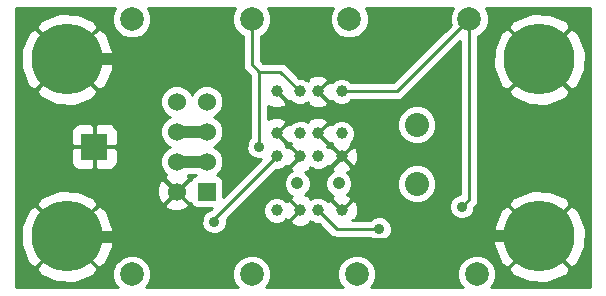
<source format=gtl>
%FSLAX36Y36*%
G04 Gerber Fmt 3.6, Leading zero omitted, Abs format (unit inch)*
G04 Created by KiCad (PCBNEW (2014-jul-16 BZR unknown)-product) date Sun 05 Oct 2014 02:29:47 PM PDT*
%MOIN*%
G01*
G04 APERTURE LIST*
%ADD10C,0.003937*%
%ADD11C,0.236220*%
%ADD12R,0.060000X0.060000*%
%ADD13C,0.060000*%
%ADD14C,0.078700*%
%ADD15R,0.088000X0.088000*%
%ADD16C,0.039370*%
%ADD17C,0.041339*%
%ADD18C,0.080000*%
%ADD19C,0.035000*%
%ADD20C,0.010000*%
%ADD21C,0.040000*%
G04 APERTURE END LIST*
D10*
D11*
X4133858Y-4133858D03*
X5708661Y-4133858D03*
X4133858Y-4724409D03*
X5708661Y-4724409D03*
D12*
X4600000Y-4575000D03*
D13*
X4500000Y-4575000D03*
X4600000Y-4475000D03*
X4500000Y-4475000D03*
X4600000Y-4375000D03*
X4500000Y-4375000D03*
X4600000Y-4275000D03*
X4500000Y-4275000D03*
D14*
X5500000Y-4850000D03*
X5100000Y-4850000D03*
X4750000Y-4850000D03*
X4350000Y-4850000D03*
X4750000Y-4000000D03*
X4350000Y-4000000D03*
X5475000Y-4000000D03*
X5075000Y-4000000D03*
D15*
X4225000Y-4425000D03*
D16*
X4832677Y-4636772D03*
X4911417Y-4636811D03*
X4832677Y-4457677D03*
X4911417Y-4457677D03*
D17*
X4901575Y-4547244D03*
D16*
X4970472Y-4636772D03*
X5049213Y-4636811D03*
X4970472Y-4457677D03*
X5049213Y-4457677D03*
D17*
X5039370Y-4547244D03*
D16*
X4911417Y-4241142D03*
X4832677Y-4241142D03*
X4911417Y-4380906D03*
X4832677Y-4380906D03*
X5049213Y-4241142D03*
X4970472Y-4241142D03*
X5049213Y-4380906D03*
X4970472Y-4380906D03*
D18*
X5300000Y-4548425D03*
X5300000Y-4351575D03*
D19*
X4625000Y-4675000D03*
X4775000Y-4425000D03*
X4575000Y-4750000D03*
X4625000Y-4150000D03*
X5125000Y-4750000D03*
X5175000Y-4700000D03*
X5450000Y-4625000D03*
D20*
X4832677Y-4457677D02*
X4625000Y-4665354D01*
X4625000Y-4665354D02*
X4625000Y-4675000D01*
X4911417Y-4241142D02*
X4845276Y-4175000D01*
X4845276Y-4175000D02*
X4775000Y-4175000D01*
X4775000Y-4425000D02*
X4775000Y-4175000D01*
X4750000Y-4150000D02*
X4750000Y-4000000D01*
X4775000Y-4175000D02*
X4750000Y-4150000D01*
D21*
X4133858Y-4133858D02*
X4608858Y-4133858D01*
X4608858Y-4133858D02*
X4625000Y-4150000D01*
X4133858Y-4724409D02*
X4134449Y-4725000D01*
X4134449Y-4725000D02*
X4325000Y-4725000D01*
X4325000Y-4725000D02*
X4350000Y-4750000D01*
X4350000Y-4750000D02*
X4575000Y-4750000D01*
X5125000Y-4750000D02*
X5450000Y-4750000D01*
X4575000Y-4750000D02*
X5125000Y-4750000D01*
X5450000Y-4750000D02*
X5475591Y-4724409D01*
X5475591Y-4724409D02*
X5708661Y-4724409D01*
D20*
X5049213Y-4241142D02*
X5233858Y-4241142D01*
X5233858Y-4241142D02*
X5475000Y-4000000D01*
X5450000Y-4625000D02*
X5475000Y-4600000D01*
X5475000Y-4600000D02*
X5475000Y-4000000D01*
X5033701Y-4700000D02*
X5175000Y-4700000D01*
X4970472Y-4636772D02*
X5033701Y-4700000D01*
D21*
X4600000Y-4475000D02*
X4500000Y-4475000D01*
X4600000Y-4375000D02*
X4500000Y-4375000D01*
D20*
G36*
X5878543Y-4894291D02*
X5862690Y-4894291D01*
X5862690Y-4699001D01*
X5862690Y-4108450D01*
X5841242Y-4051440D01*
X5835542Y-4042910D01*
X5813565Y-4030369D01*
X5812151Y-4031783D01*
X5812151Y-4028954D01*
X5799610Y-4006978D01*
X5744131Y-3981831D01*
X5683253Y-3979830D01*
X5626243Y-4001278D01*
X5617713Y-4006978D01*
X5605172Y-4028954D01*
X5708661Y-4132444D01*
X5812151Y-4028954D01*
X5812151Y-4031783D01*
X5710076Y-4133858D01*
X5813565Y-4237348D01*
X5835542Y-4224806D01*
X5860688Y-4169328D01*
X5862690Y-4108450D01*
X5862690Y-4699001D01*
X5841242Y-4641991D01*
X5835542Y-4633461D01*
X5813565Y-4620920D01*
X5812151Y-4622334D01*
X5812151Y-4619506D01*
X5812151Y-4238762D01*
X5708661Y-4135272D01*
X5707247Y-4136687D01*
X5707247Y-4133858D01*
X5603758Y-4030369D01*
X5581781Y-4042910D01*
X5556635Y-4098388D01*
X5554633Y-4159266D01*
X5576081Y-4216276D01*
X5581781Y-4224806D01*
X5603758Y-4237348D01*
X5707247Y-4133858D01*
X5707247Y-4136687D01*
X5605172Y-4238762D01*
X5617713Y-4260739D01*
X5673191Y-4285885D01*
X5734070Y-4287887D01*
X5791080Y-4266439D01*
X5799610Y-4260739D01*
X5812151Y-4238762D01*
X5812151Y-4619506D01*
X5799610Y-4597529D01*
X5744131Y-4572383D01*
X5683253Y-4570381D01*
X5626243Y-4591829D01*
X5617713Y-4597529D01*
X5605172Y-4619506D01*
X5708661Y-4722995D01*
X5812151Y-4619506D01*
X5812151Y-4622334D01*
X5710076Y-4724409D01*
X5813565Y-4827899D01*
X5835542Y-4815358D01*
X5860688Y-4759879D01*
X5862690Y-4699001D01*
X5862690Y-4894291D01*
X5812151Y-4894291D01*
X5812151Y-4829313D01*
X5708661Y-4725824D01*
X5707247Y-4727238D01*
X5707247Y-4724409D01*
X5603758Y-4620920D01*
X5581781Y-4633461D01*
X5556635Y-4688939D01*
X5554633Y-4749818D01*
X5576081Y-4806828D01*
X5581781Y-4815358D01*
X5603758Y-4827899D01*
X5707247Y-4724409D01*
X5707247Y-4727238D01*
X5605172Y-4829313D01*
X5617713Y-4851290D01*
X5673191Y-4876436D01*
X5734070Y-4878438D01*
X5791080Y-4856990D01*
X5799610Y-4851290D01*
X5812151Y-4829313D01*
X5812151Y-4894291D01*
X5546715Y-4894291D01*
X5554521Y-4886499D01*
X5564339Y-4862856D01*
X5564361Y-4837256D01*
X5554585Y-4813596D01*
X5536499Y-4795479D01*
X5512856Y-4785661D01*
X5487256Y-4785639D01*
X5463596Y-4795415D01*
X5445479Y-4813501D01*
X5435661Y-4837144D01*
X5435639Y-4862744D01*
X5445415Y-4886404D01*
X5453289Y-4894291D01*
X5365011Y-4894291D01*
X5365011Y-4535553D01*
X5365011Y-4338702D01*
X5355136Y-4314803D01*
X5336868Y-4296503D01*
X5312986Y-4286586D01*
X5287127Y-4286564D01*
X5263229Y-4296438D01*
X5244928Y-4314707D01*
X5235011Y-4338589D01*
X5234989Y-4364447D01*
X5244864Y-4388346D01*
X5263132Y-4406647D01*
X5287014Y-4416564D01*
X5312873Y-4416586D01*
X5336771Y-4406711D01*
X5355072Y-4388442D01*
X5364989Y-4364561D01*
X5365011Y-4338702D01*
X5365011Y-4535553D01*
X5355136Y-4511654D01*
X5336868Y-4493353D01*
X5312986Y-4483436D01*
X5287127Y-4483414D01*
X5263229Y-4493289D01*
X5244928Y-4511558D01*
X5235011Y-4535439D01*
X5234989Y-4561298D01*
X5244864Y-4585197D01*
X5263132Y-4603497D01*
X5287014Y-4613414D01*
X5312873Y-4613436D01*
X5336771Y-4603562D01*
X5355072Y-4585293D01*
X5364989Y-4561411D01*
X5365011Y-4535553D01*
X5365011Y-4894291D01*
X5217507Y-4894291D01*
X5217507Y-4691583D01*
X5211051Y-4675957D01*
X5199106Y-4663991D01*
X5183491Y-4657507D01*
X5166583Y-4657493D01*
X5150957Y-4663949D01*
X5144896Y-4670000D01*
X5104117Y-4670000D01*
X5083816Y-4670000D01*
X5083151Y-4669335D01*
X5094901Y-4668769D01*
X5103653Y-4648853D01*
X5104117Y-4627103D01*
X5104117Y-4447969D01*
X5096223Y-4427697D01*
X5094901Y-4425719D01*
X5093905Y-4425671D01*
X5093905Y-4372056D01*
X5087117Y-4355627D01*
X5074558Y-4343045D01*
X5058140Y-4336228D01*
X5040363Y-4336213D01*
X5023934Y-4343001D01*
X5016888Y-4350035D01*
X5016161Y-4348947D01*
X5004411Y-4348382D01*
X4971887Y-4380906D01*
X5004411Y-4413429D01*
X5016161Y-4412864D01*
X5016716Y-4411601D01*
X5017247Y-4412134D01*
X5016689Y-4423739D01*
X5049213Y-4456263D01*
X5081736Y-4423739D01*
X5081178Y-4412135D01*
X5087073Y-4406251D01*
X5093890Y-4389833D01*
X5093905Y-4372056D01*
X5093905Y-4425671D01*
X5083151Y-4425153D01*
X5050627Y-4457677D01*
X5083151Y-4490201D01*
X5094901Y-4489636D01*
X5103653Y-4469719D01*
X5104117Y-4447969D01*
X5104117Y-4627103D01*
X5096223Y-4606830D01*
X5094901Y-4604853D01*
X5085047Y-4604378D01*
X5085047Y-4538200D01*
X5078109Y-4521408D01*
X5066393Y-4509672D01*
X5079193Y-4504687D01*
X5081171Y-4503366D01*
X5081736Y-4491615D01*
X5049213Y-4459091D01*
X5016689Y-4491615D01*
X5017254Y-4503366D01*
X5021479Y-4505222D01*
X5013534Y-4508505D01*
X5000676Y-4521341D01*
X4993709Y-4538120D01*
X4993693Y-4556288D01*
X5000631Y-4573080D01*
X5013467Y-4585938D01*
X5021058Y-4589090D01*
X5019232Y-4589801D01*
X5017254Y-4591123D01*
X5016689Y-4602873D01*
X5049213Y-4635397D01*
X5081736Y-4602873D01*
X5081171Y-4591123D01*
X5066511Y-4584680D01*
X5078064Y-4573147D01*
X5085031Y-4556368D01*
X5085047Y-4538200D01*
X5085047Y-4604378D01*
X5083151Y-4604287D01*
X5050627Y-4636811D01*
X5051184Y-4637368D01*
X5049769Y-4638782D01*
X5049213Y-4638225D01*
X5048656Y-4638782D01*
X5047242Y-4637368D01*
X5047798Y-4636811D01*
X5015274Y-4604287D01*
X5003524Y-4604853D01*
X5002981Y-4606088D01*
X4995818Y-4598912D01*
X4979400Y-4592094D01*
X4961623Y-4592079D01*
X4950142Y-4596823D01*
X4950067Y-4596747D01*
X4949885Y-4596929D01*
X4945193Y-4598867D01*
X4943815Y-4600244D01*
X4943376Y-4591123D01*
X4928716Y-4584680D01*
X4940269Y-4573147D01*
X4947236Y-4556368D01*
X4947252Y-4538200D01*
X4940314Y-4521408D01*
X4928598Y-4509672D01*
X4941398Y-4504687D01*
X4943376Y-4503366D01*
X4943816Y-4494223D01*
X4945127Y-4495537D01*
X4949806Y-4497480D01*
X4950067Y-4497741D01*
X4950174Y-4497633D01*
X4961545Y-4502354D01*
X4979322Y-4502370D01*
X4995751Y-4495581D01*
X5002797Y-4488548D01*
X5003524Y-4489636D01*
X5015274Y-4490201D01*
X5047798Y-4457677D01*
X5015274Y-4425153D01*
X5003524Y-4425719D01*
X5002969Y-4426981D01*
X5002438Y-4426449D01*
X5002996Y-4414844D01*
X4970472Y-4382320D01*
X4969916Y-4382876D01*
X4968501Y-4381462D01*
X4969058Y-4380906D01*
X4968501Y-4380349D01*
X4969916Y-4378934D01*
X4970472Y-4379491D01*
X5002996Y-4346967D01*
X5002431Y-4335217D01*
X4982514Y-4326465D01*
X4960764Y-4326001D01*
X4940492Y-4333896D01*
X4938514Y-4335217D01*
X4938074Y-4344359D01*
X4936762Y-4343045D01*
X4932084Y-4341103D01*
X4931823Y-4340842D01*
X4931715Y-4340950D01*
X4920345Y-4336228D01*
X4902568Y-4336213D01*
X4886138Y-4343001D01*
X4879092Y-4350035D01*
X4878366Y-4348947D01*
X4866615Y-4348382D01*
X4834091Y-4380906D01*
X4866615Y-4413429D01*
X4878366Y-4412864D01*
X4878920Y-4411601D01*
X4879452Y-4412134D01*
X4878893Y-4423739D01*
X4911417Y-4456263D01*
X4911974Y-4455706D01*
X4913388Y-4457120D01*
X4912832Y-4457677D01*
X4913388Y-4458234D01*
X4911974Y-4459648D01*
X4911417Y-4459091D01*
X4878893Y-4491615D01*
X4879459Y-4503366D01*
X4883684Y-4505222D01*
X4875739Y-4508505D01*
X4862881Y-4521341D01*
X4855913Y-4538120D01*
X4855898Y-4556288D01*
X4862836Y-4573080D01*
X4875671Y-4585938D01*
X4883262Y-4589090D01*
X4881437Y-4589801D01*
X4879459Y-4591123D01*
X4878893Y-4602873D01*
X4911417Y-4635397D01*
X4911974Y-4634840D01*
X4913388Y-4636254D01*
X4912832Y-4636811D01*
X4913388Y-4637368D01*
X4911974Y-4638782D01*
X4911417Y-4638225D01*
X4910003Y-4639639D01*
X4910003Y-4636811D01*
X4877479Y-4604287D01*
X4865729Y-4604853D01*
X4865186Y-4606088D01*
X4858022Y-4598912D01*
X4841605Y-4592094D01*
X4823828Y-4592079D01*
X4807398Y-4598867D01*
X4794817Y-4611427D01*
X4788000Y-4627844D01*
X4787984Y-4645621D01*
X4794773Y-4662051D01*
X4807332Y-4674632D01*
X4823750Y-4681449D01*
X4841527Y-4681464D01*
X4857956Y-4674676D01*
X4864986Y-4667658D01*
X4865729Y-4668769D01*
X4877479Y-4669335D01*
X4910003Y-4636811D01*
X4910003Y-4639639D01*
X4878893Y-4670749D01*
X4879459Y-4682499D01*
X4899376Y-4691252D01*
X4921126Y-4691716D01*
X4941398Y-4683821D01*
X4943376Y-4682499D01*
X4943818Y-4673320D01*
X4945127Y-4674632D01*
X4949738Y-4676546D01*
X4950067Y-4676875D01*
X4950202Y-4676739D01*
X4961545Y-4681449D01*
X4972733Y-4681459D01*
X5012488Y-4721213D01*
X5022220Y-4727716D01*
X5022220Y-4727716D01*
X5033701Y-4730000D01*
X5144896Y-4730000D01*
X5150894Y-4736009D01*
X5166509Y-4742493D01*
X5183417Y-4742507D01*
X5199043Y-4736051D01*
X5211009Y-4724106D01*
X5217493Y-4708491D01*
X5217507Y-4691583D01*
X5217507Y-4894291D01*
X5146715Y-4894291D01*
X5154521Y-4886499D01*
X5164339Y-4862856D01*
X5164361Y-4837256D01*
X5154585Y-4813596D01*
X5136499Y-4795479D01*
X5112856Y-4785661D01*
X5087256Y-4785639D01*
X5063596Y-4795415D01*
X5045479Y-4813501D01*
X5035661Y-4837144D01*
X5035639Y-4862744D01*
X5045415Y-4886404D01*
X5053289Y-4894291D01*
X4796715Y-4894291D01*
X4804521Y-4886499D01*
X4814339Y-4862856D01*
X4814361Y-4837256D01*
X4804585Y-4813596D01*
X4786499Y-4795479D01*
X4762856Y-4785661D01*
X4737256Y-4785639D01*
X4713596Y-4795415D01*
X4695479Y-4813501D01*
X4685661Y-4837144D01*
X4685639Y-4862744D01*
X4695415Y-4886404D01*
X4703289Y-4894291D01*
X4539962Y-4894291D01*
X4539962Y-4616376D01*
X4500000Y-4576414D01*
X4498586Y-4577828D01*
X4498586Y-4575000D01*
X4458624Y-4535038D01*
X4445802Y-4536859D01*
X4435332Y-4560503D01*
X4434706Y-4586354D01*
X4444022Y-4610476D01*
X4445802Y-4613141D01*
X4458624Y-4614962D01*
X4498586Y-4575000D01*
X4498586Y-4577828D01*
X4460038Y-4616376D01*
X4461859Y-4629198D01*
X4485503Y-4639668D01*
X4511354Y-4640294D01*
X4535476Y-4630978D01*
X4538141Y-4629198D01*
X4539962Y-4616376D01*
X4539962Y-4894291D01*
X4396715Y-4894291D01*
X4404521Y-4886499D01*
X4414339Y-4862856D01*
X4414361Y-4837256D01*
X4404585Y-4813596D01*
X4386499Y-4795479D01*
X4362856Y-4785661D01*
X4337256Y-4785639D01*
X4313596Y-4795415D01*
X4304000Y-4804994D01*
X4304000Y-4475962D01*
X4304000Y-4462038D01*
X4304000Y-4434750D01*
X4304000Y-4415250D01*
X4304000Y-4387962D01*
X4304000Y-4374038D01*
X4298672Y-4361174D01*
X4288826Y-4351328D01*
X4287887Y-4350939D01*
X4287887Y-4108450D01*
X4266439Y-4051440D01*
X4260739Y-4042910D01*
X4238762Y-4030369D01*
X4237348Y-4031783D01*
X4237348Y-4028954D01*
X4224806Y-4006978D01*
X4169328Y-3981831D01*
X4108450Y-3979830D01*
X4051440Y-4001278D01*
X4042910Y-4006978D01*
X4030369Y-4028954D01*
X4133858Y-4132444D01*
X4237348Y-4028954D01*
X4237348Y-4031783D01*
X4135272Y-4133858D01*
X4238762Y-4237348D01*
X4260739Y-4224806D01*
X4285885Y-4169328D01*
X4287887Y-4108450D01*
X4287887Y-4350939D01*
X4275962Y-4346000D01*
X4237348Y-4346000D01*
X4237348Y-4238762D01*
X4133858Y-4135272D01*
X4132444Y-4136687D01*
X4132444Y-4133858D01*
X4028954Y-4030369D01*
X4006978Y-4042910D01*
X3981831Y-4098388D01*
X3979830Y-4159266D01*
X4001278Y-4216276D01*
X4006978Y-4224806D01*
X4028954Y-4237348D01*
X4132444Y-4133858D01*
X4132444Y-4136687D01*
X4030369Y-4238762D01*
X4042910Y-4260739D01*
X4098388Y-4285885D01*
X4159266Y-4287887D01*
X4216276Y-4266439D01*
X4224806Y-4260739D01*
X4237348Y-4238762D01*
X4237348Y-4346000D01*
X4234750Y-4346000D01*
X4226000Y-4354750D01*
X4226000Y-4424000D01*
X4295250Y-4424000D01*
X4304000Y-4415250D01*
X4304000Y-4434750D01*
X4295250Y-4426000D01*
X4226000Y-4426000D01*
X4226000Y-4495250D01*
X4234750Y-4504000D01*
X4275962Y-4504000D01*
X4288826Y-4498672D01*
X4298672Y-4488826D01*
X4304000Y-4475962D01*
X4304000Y-4804994D01*
X4295479Y-4813501D01*
X4287887Y-4831785D01*
X4287887Y-4699001D01*
X4266439Y-4641991D01*
X4260739Y-4633461D01*
X4238762Y-4620920D01*
X4237348Y-4622334D01*
X4237348Y-4619506D01*
X4224806Y-4597529D01*
X4224000Y-4597163D01*
X4224000Y-4495250D01*
X4224000Y-4426000D01*
X4224000Y-4424000D01*
X4224000Y-4354750D01*
X4215250Y-4346000D01*
X4174038Y-4346000D01*
X4161174Y-4351328D01*
X4151328Y-4361174D01*
X4146000Y-4374038D01*
X4146000Y-4387962D01*
X4146000Y-4415250D01*
X4154750Y-4424000D01*
X4224000Y-4424000D01*
X4224000Y-4426000D01*
X4154750Y-4426000D01*
X4146000Y-4434750D01*
X4146000Y-4462038D01*
X4146000Y-4475962D01*
X4151328Y-4488826D01*
X4161174Y-4498672D01*
X4174038Y-4504000D01*
X4215250Y-4504000D01*
X4224000Y-4495250D01*
X4224000Y-4597163D01*
X4169328Y-4572383D01*
X4108450Y-4570381D01*
X4051440Y-4591829D01*
X4042910Y-4597529D01*
X4030369Y-4619506D01*
X4133858Y-4722995D01*
X4237348Y-4619506D01*
X4237348Y-4622334D01*
X4135272Y-4724409D01*
X4238762Y-4827899D01*
X4260739Y-4815358D01*
X4285885Y-4759879D01*
X4287887Y-4699001D01*
X4287887Y-4831785D01*
X4285661Y-4837144D01*
X4285639Y-4862744D01*
X4295415Y-4886404D01*
X4303289Y-4894291D01*
X4237348Y-4894291D01*
X4237348Y-4829313D01*
X4133858Y-4725824D01*
X4132444Y-4727238D01*
X4132444Y-4724409D01*
X4028954Y-4620920D01*
X4006978Y-4633461D01*
X3981831Y-4688939D01*
X3979830Y-4749818D01*
X4001278Y-4806828D01*
X4006978Y-4815358D01*
X4028954Y-4827899D01*
X4132444Y-4724409D01*
X4132444Y-4727238D01*
X4030369Y-4829313D01*
X4042910Y-4851290D01*
X4098388Y-4876436D01*
X4159266Y-4878438D01*
X4216276Y-4856990D01*
X4224806Y-4851290D01*
X4237348Y-4829313D01*
X4237348Y-4894291D01*
X3963976Y-4894291D01*
X3963976Y-3963976D01*
X4295281Y-3963976D01*
X4285661Y-3987144D01*
X4285639Y-4012744D01*
X4295415Y-4036404D01*
X4313501Y-4054521D01*
X4337144Y-4064339D01*
X4362744Y-4064361D01*
X4386404Y-4054585D01*
X4404521Y-4036499D01*
X4414339Y-4012856D01*
X4414361Y-3987256D01*
X4404742Y-3963976D01*
X4695281Y-3963976D01*
X4685661Y-3987144D01*
X4685639Y-4012744D01*
X4695415Y-4036404D01*
X4713501Y-4054521D01*
X4720000Y-4057220D01*
X4720000Y-4150000D01*
X4722284Y-4161481D01*
X4728787Y-4171213D01*
X4745000Y-4187426D01*
X4745000Y-4394896D01*
X4738991Y-4400894D01*
X4732507Y-4416509D01*
X4732493Y-4433417D01*
X4738949Y-4449043D01*
X4750894Y-4461009D01*
X4766509Y-4467493D01*
X4780423Y-4467505D01*
X4655000Y-4592928D01*
X4655000Y-4540027D01*
X4651194Y-4530839D01*
X4644161Y-4523806D01*
X4634973Y-4520000D01*
X4632771Y-4520000D01*
X4646600Y-4506196D01*
X4654990Y-4485988D01*
X4655010Y-4464108D01*
X4646654Y-4443886D01*
X4631196Y-4428400D01*
X4623011Y-4425002D01*
X4631114Y-4421654D01*
X4646600Y-4406196D01*
X4654990Y-4385988D01*
X4655010Y-4364108D01*
X4646654Y-4343886D01*
X4631196Y-4328400D01*
X4623011Y-4325002D01*
X4631114Y-4321654D01*
X4646600Y-4306196D01*
X4654990Y-4285988D01*
X4655010Y-4264108D01*
X4646654Y-4243886D01*
X4631196Y-4228400D01*
X4610988Y-4220010D01*
X4589108Y-4219990D01*
X4568886Y-4228346D01*
X4553400Y-4243804D01*
X4550002Y-4251989D01*
X4546654Y-4243886D01*
X4531196Y-4228400D01*
X4510988Y-4220010D01*
X4489108Y-4219990D01*
X4468886Y-4228346D01*
X4453400Y-4243804D01*
X4445010Y-4264012D01*
X4444990Y-4285892D01*
X4453346Y-4306114D01*
X4468804Y-4321600D01*
X4476989Y-4324998D01*
X4468886Y-4328346D01*
X4453400Y-4343804D01*
X4445010Y-4364012D01*
X4444990Y-4385892D01*
X4453346Y-4406114D01*
X4468804Y-4421600D01*
X4476989Y-4424998D01*
X4468886Y-4428346D01*
X4453400Y-4443804D01*
X4445010Y-4464012D01*
X4444990Y-4485892D01*
X4453346Y-4506114D01*
X4465756Y-4518546D01*
X4464524Y-4519022D01*
X4461859Y-4520802D01*
X4460038Y-4533624D01*
X4500000Y-4573586D01*
X4539962Y-4533624D01*
X4538141Y-4520802D01*
X4536330Y-4520000D01*
X4565027Y-4520000D01*
X4555839Y-4523806D01*
X4548806Y-4530839D01*
X4546750Y-4535801D01*
X4541376Y-4535038D01*
X4501414Y-4575000D01*
X4541376Y-4614962D01*
X4546750Y-4614199D01*
X4548806Y-4619161D01*
X4555839Y-4626194D01*
X4565027Y-4630000D01*
X4574973Y-4630000D01*
X4617928Y-4630000D01*
X4614627Y-4633301D01*
X4600957Y-4638949D01*
X4588991Y-4650894D01*
X4582507Y-4666509D01*
X4582493Y-4683417D01*
X4588949Y-4699043D01*
X4600894Y-4711009D01*
X4616509Y-4717493D01*
X4633417Y-4717507D01*
X4649043Y-4711051D01*
X4661009Y-4699106D01*
X4667493Y-4683491D01*
X4667507Y-4666583D01*
X4667124Y-4665656D01*
X4830420Y-4502360D01*
X4841527Y-4502370D01*
X4857956Y-4495581D01*
X4865002Y-4488548D01*
X4865729Y-4489636D01*
X4877479Y-4490201D01*
X4910003Y-4457677D01*
X4877479Y-4425153D01*
X4865729Y-4425719D01*
X4865174Y-4426981D01*
X4864643Y-4426449D01*
X4865201Y-4414844D01*
X4832677Y-4382320D01*
X4832120Y-4382876D01*
X4830706Y-4381462D01*
X4831263Y-4380906D01*
X4830706Y-4380349D01*
X4832120Y-4378934D01*
X4832677Y-4379491D01*
X4865201Y-4346967D01*
X4864636Y-4335217D01*
X4844719Y-4326465D01*
X4822969Y-4326001D01*
X4805000Y-4332999D01*
X4805000Y-4288711D01*
X4820636Y-4295582D01*
X4842386Y-4296046D01*
X4862658Y-4288152D01*
X4864636Y-4286830D01*
X4865201Y-4275080D01*
X4832677Y-4242556D01*
X4832120Y-4243113D01*
X4830706Y-4241699D01*
X4831263Y-4241142D01*
X4830706Y-4240585D01*
X4832120Y-4239171D01*
X4832677Y-4239728D01*
X4833234Y-4239171D01*
X4834648Y-4240585D01*
X4834091Y-4241142D01*
X4866615Y-4273666D01*
X4878366Y-4273100D01*
X4878920Y-4271837D01*
X4886072Y-4279002D01*
X4902490Y-4285819D01*
X4920267Y-4285835D01*
X4931720Y-4281102D01*
X4931823Y-4281205D01*
X4932072Y-4280957D01*
X4936696Y-4279046D01*
X4938073Y-4277671D01*
X4938514Y-4286830D01*
X4958431Y-4295582D01*
X4980181Y-4296046D01*
X5000453Y-4288152D01*
X5002431Y-4286830D01*
X5002996Y-4275080D01*
X4970472Y-4242556D01*
X4969916Y-4243113D01*
X4968501Y-4241699D01*
X4969058Y-4241142D01*
X4968501Y-4240585D01*
X4969916Y-4239171D01*
X4970472Y-4239728D01*
X5002996Y-4207204D01*
X5002431Y-4195453D01*
X4982514Y-4186701D01*
X4960764Y-4186237D01*
X4940492Y-4194132D01*
X4938514Y-4195453D01*
X4938074Y-4204596D01*
X4936762Y-4203282D01*
X4932084Y-4201339D01*
X4931823Y-4201078D01*
X4931715Y-4201186D01*
X4920345Y-4196464D01*
X4909157Y-4196455D01*
X4866489Y-4153787D01*
X4856756Y-4147284D01*
X4845276Y-4145000D01*
X4787426Y-4145000D01*
X4780000Y-4137574D01*
X4780000Y-4057231D01*
X4786404Y-4054585D01*
X4804521Y-4036499D01*
X4814339Y-4012856D01*
X4814361Y-3987256D01*
X4804742Y-3963976D01*
X5020281Y-3963976D01*
X5010661Y-3987144D01*
X5010639Y-4012744D01*
X5020415Y-4036404D01*
X5038501Y-4054521D01*
X5062144Y-4064339D01*
X5087744Y-4064361D01*
X5111404Y-4054585D01*
X5129521Y-4036499D01*
X5139339Y-4012856D01*
X5139361Y-3987256D01*
X5129742Y-3963976D01*
X5420281Y-3963976D01*
X5410661Y-3987144D01*
X5410639Y-4012744D01*
X5413326Y-4019248D01*
X5221432Y-4211142D01*
X5082404Y-4211142D01*
X5074558Y-4203282D01*
X5058140Y-4196464D01*
X5040363Y-4196449D01*
X5023934Y-4203238D01*
X5016888Y-4210271D01*
X5016161Y-4209183D01*
X5004411Y-4208618D01*
X4971887Y-4241142D01*
X5004411Y-4273666D01*
X5016161Y-4273100D01*
X5016716Y-4271837D01*
X5023868Y-4279002D01*
X5040285Y-4285819D01*
X5058062Y-4285835D01*
X5074492Y-4279046D01*
X5082410Y-4271142D01*
X5233858Y-4271142D01*
X5233858Y-4271142D01*
X5245339Y-4268858D01*
X5245339Y-4268858D01*
X5255071Y-4262355D01*
X5445000Y-4072426D01*
X5445000Y-4582496D01*
X5441583Y-4582493D01*
X5425957Y-4588949D01*
X5413991Y-4600894D01*
X5407507Y-4616509D01*
X5407493Y-4633417D01*
X5413949Y-4649043D01*
X5425894Y-4661009D01*
X5441509Y-4667493D01*
X5458417Y-4667507D01*
X5474043Y-4661051D01*
X5486009Y-4649106D01*
X5492493Y-4633491D01*
X5492500Y-4624926D01*
X5496213Y-4621213D01*
X5496213Y-4621213D01*
X5500112Y-4615379D01*
X5502716Y-4611481D01*
X5502716Y-4611480D01*
X5505000Y-4600000D01*
X5505000Y-4057231D01*
X5511404Y-4054585D01*
X5529521Y-4036499D01*
X5539339Y-4012856D01*
X5539361Y-3987256D01*
X5529742Y-3963976D01*
X5878543Y-3963976D01*
X5878543Y-4894291D01*
X5878543Y-4894291D01*
G37*
X5878543Y-4894291D02*
X5862690Y-4894291D01*
X5862690Y-4699001D01*
X5862690Y-4108450D01*
X5841242Y-4051440D01*
X5835542Y-4042910D01*
X5813565Y-4030369D01*
X5812151Y-4031783D01*
X5812151Y-4028954D01*
X5799610Y-4006978D01*
X5744131Y-3981831D01*
X5683253Y-3979830D01*
X5626243Y-4001278D01*
X5617713Y-4006978D01*
X5605172Y-4028954D01*
X5708661Y-4132444D01*
X5812151Y-4028954D01*
X5812151Y-4031783D01*
X5710076Y-4133858D01*
X5813565Y-4237348D01*
X5835542Y-4224806D01*
X5860688Y-4169328D01*
X5862690Y-4108450D01*
X5862690Y-4699001D01*
X5841242Y-4641991D01*
X5835542Y-4633461D01*
X5813565Y-4620920D01*
X5812151Y-4622334D01*
X5812151Y-4619506D01*
X5812151Y-4238762D01*
X5708661Y-4135272D01*
X5707247Y-4136687D01*
X5707247Y-4133858D01*
X5603758Y-4030369D01*
X5581781Y-4042910D01*
X5556635Y-4098388D01*
X5554633Y-4159266D01*
X5576081Y-4216276D01*
X5581781Y-4224806D01*
X5603758Y-4237348D01*
X5707247Y-4133858D01*
X5707247Y-4136687D01*
X5605172Y-4238762D01*
X5617713Y-4260739D01*
X5673191Y-4285885D01*
X5734070Y-4287887D01*
X5791080Y-4266439D01*
X5799610Y-4260739D01*
X5812151Y-4238762D01*
X5812151Y-4619506D01*
X5799610Y-4597529D01*
X5744131Y-4572383D01*
X5683253Y-4570381D01*
X5626243Y-4591829D01*
X5617713Y-4597529D01*
X5605172Y-4619506D01*
X5708661Y-4722995D01*
X5812151Y-4619506D01*
X5812151Y-4622334D01*
X5710076Y-4724409D01*
X5813565Y-4827899D01*
X5835542Y-4815358D01*
X5860688Y-4759879D01*
X5862690Y-4699001D01*
X5862690Y-4894291D01*
X5812151Y-4894291D01*
X5812151Y-4829313D01*
X5708661Y-4725824D01*
X5707247Y-4727238D01*
X5707247Y-4724409D01*
X5603758Y-4620920D01*
X5581781Y-4633461D01*
X5556635Y-4688939D01*
X5554633Y-4749818D01*
X5576081Y-4806828D01*
X5581781Y-4815358D01*
X5603758Y-4827899D01*
X5707247Y-4724409D01*
X5707247Y-4727238D01*
X5605172Y-4829313D01*
X5617713Y-4851290D01*
X5673191Y-4876436D01*
X5734070Y-4878438D01*
X5791080Y-4856990D01*
X5799610Y-4851290D01*
X5812151Y-4829313D01*
X5812151Y-4894291D01*
X5546715Y-4894291D01*
X5554521Y-4886499D01*
X5564339Y-4862856D01*
X5564361Y-4837256D01*
X5554585Y-4813596D01*
X5536499Y-4795479D01*
X5512856Y-4785661D01*
X5487256Y-4785639D01*
X5463596Y-4795415D01*
X5445479Y-4813501D01*
X5435661Y-4837144D01*
X5435639Y-4862744D01*
X5445415Y-4886404D01*
X5453289Y-4894291D01*
X5365011Y-4894291D01*
X5365011Y-4535553D01*
X5365011Y-4338702D01*
X5355136Y-4314803D01*
X5336868Y-4296503D01*
X5312986Y-4286586D01*
X5287127Y-4286564D01*
X5263229Y-4296438D01*
X5244928Y-4314707D01*
X5235011Y-4338589D01*
X5234989Y-4364447D01*
X5244864Y-4388346D01*
X5263132Y-4406647D01*
X5287014Y-4416564D01*
X5312873Y-4416586D01*
X5336771Y-4406711D01*
X5355072Y-4388442D01*
X5364989Y-4364561D01*
X5365011Y-4338702D01*
X5365011Y-4535553D01*
X5355136Y-4511654D01*
X5336868Y-4493353D01*
X5312986Y-4483436D01*
X5287127Y-4483414D01*
X5263229Y-4493289D01*
X5244928Y-4511558D01*
X5235011Y-4535439D01*
X5234989Y-4561298D01*
X5244864Y-4585197D01*
X5263132Y-4603497D01*
X5287014Y-4613414D01*
X5312873Y-4613436D01*
X5336771Y-4603562D01*
X5355072Y-4585293D01*
X5364989Y-4561411D01*
X5365011Y-4535553D01*
X5365011Y-4894291D01*
X5217507Y-4894291D01*
X5217507Y-4691583D01*
X5211051Y-4675957D01*
X5199106Y-4663991D01*
X5183491Y-4657507D01*
X5166583Y-4657493D01*
X5150957Y-4663949D01*
X5144896Y-4670000D01*
X5104117Y-4670000D01*
X5083816Y-4670000D01*
X5083151Y-4669335D01*
X5094901Y-4668769D01*
X5103653Y-4648853D01*
X5104117Y-4627103D01*
X5104117Y-4447969D01*
X5096223Y-4427697D01*
X5094901Y-4425719D01*
X5093905Y-4425671D01*
X5093905Y-4372056D01*
X5087117Y-4355627D01*
X5074558Y-4343045D01*
X5058140Y-4336228D01*
X5040363Y-4336213D01*
X5023934Y-4343001D01*
X5016888Y-4350035D01*
X5016161Y-4348947D01*
X5004411Y-4348382D01*
X4971887Y-4380906D01*
X5004411Y-4413429D01*
X5016161Y-4412864D01*
X5016716Y-4411601D01*
X5017247Y-4412134D01*
X5016689Y-4423739D01*
X5049213Y-4456263D01*
X5081736Y-4423739D01*
X5081178Y-4412135D01*
X5087073Y-4406251D01*
X5093890Y-4389833D01*
X5093905Y-4372056D01*
X5093905Y-4425671D01*
X5083151Y-4425153D01*
X5050627Y-4457677D01*
X5083151Y-4490201D01*
X5094901Y-4489636D01*
X5103653Y-4469719D01*
X5104117Y-4447969D01*
X5104117Y-4627103D01*
X5096223Y-4606830D01*
X5094901Y-4604853D01*
X5085047Y-4604378D01*
X5085047Y-4538200D01*
X5078109Y-4521408D01*
X5066393Y-4509672D01*
X5079193Y-4504687D01*
X5081171Y-4503366D01*
X5081736Y-4491615D01*
X5049213Y-4459091D01*
X5016689Y-4491615D01*
X5017254Y-4503366D01*
X5021479Y-4505222D01*
X5013534Y-4508505D01*
X5000676Y-4521341D01*
X4993709Y-4538120D01*
X4993693Y-4556288D01*
X5000631Y-4573080D01*
X5013467Y-4585938D01*
X5021058Y-4589090D01*
X5019232Y-4589801D01*
X5017254Y-4591123D01*
X5016689Y-4602873D01*
X5049213Y-4635397D01*
X5081736Y-4602873D01*
X5081171Y-4591123D01*
X5066511Y-4584680D01*
X5078064Y-4573147D01*
X5085031Y-4556368D01*
X5085047Y-4538200D01*
X5085047Y-4604378D01*
X5083151Y-4604287D01*
X5050627Y-4636811D01*
X5051184Y-4637368D01*
X5049769Y-4638782D01*
X5049213Y-4638225D01*
X5048656Y-4638782D01*
X5047242Y-4637368D01*
X5047798Y-4636811D01*
X5015274Y-4604287D01*
X5003524Y-4604853D01*
X5002981Y-4606088D01*
X4995818Y-4598912D01*
X4979400Y-4592094D01*
X4961623Y-4592079D01*
X4950142Y-4596823D01*
X4950067Y-4596747D01*
X4949885Y-4596929D01*
X4945193Y-4598867D01*
X4943815Y-4600244D01*
X4943376Y-4591123D01*
X4928716Y-4584680D01*
X4940269Y-4573147D01*
X4947236Y-4556368D01*
X4947252Y-4538200D01*
X4940314Y-4521408D01*
X4928598Y-4509672D01*
X4941398Y-4504687D01*
X4943376Y-4503366D01*
X4943816Y-4494223D01*
X4945127Y-4495537D01*
X4949806Y-4497480D01*
X4950067Y-4497741D01*
X4950174Y-4497633D01*
X4961545Y-4502354D01*
X4979322Y-4502370D01*
X4995751Y-4495581D01*
X5002797Y-4488548D01*
X5003524Y-4489636D01*
X5015274Y-4490201D01*
X5047798Y-4457677D01*
X5015274Y-4425153D01*
X5003524Y-4425719D01*
X5002969Y-4426981D01*
X5002438Y-4426449D01*
X5002996Y-4414844D01*
X4970472Y-4382320D01*
X4969916Y-4382876D01*
X4968501Y-4381462D01*
X4969058Y-4380906D01*
X4968501Y-4380349D01*
X4969916Y-4378934D01*
X4970472Y-4379491D01*
X5002996Y-4346967D01*
X5002431Y-4335217D01*
X4982514Y-4326465D01*
X4960764Y-4326001D01*
X4940492Y-4333896D01*
X4938514Y-4335217D01*
X4938074Y-4344359D01*
X4936762Y-4343045D01*
X4932084Y-4341103D01*
X4931823Y-4340842D01*
X4931715Y-4340950D01*
X4920345Y-4336228D01*
X4902568Y-4336213D01*
X4886138Y-4343001D01*
X4879092Y-4350035D01*
X4878366Y-4348947D01*
X4866615Y-4348382D01*
X4834091Y-4380906D01*
X4866615Y-4413429D01*
X4878366Y-4412864D01*
X4878920Y-4411601D01*
X4879452Y-4412134D01*
X4878893Y-4423739D01*
X4911417Y-4456263D01*
X4911974Y-4455706D01*
X4913388Y-4457120D01*
X4912832Y-4457677D01*
X4913388Y-4458234D01*
X4911974Y-4459648D01*
X4911417Y-4459091D01*
X4878893Y-4491615D01*
X4879459Y-4503366D01*
X4883684Y-4505222D01*
X4875739Y-4508505D01*
X4862881Y-4521341D01*
X4855913Y-4538120D01*
X4855898Y-4556288D01*
X4862836Y-4573080D01*
X4875671Y-4585938D01*
X4883262Y-4589090D01*
X4881437Y-4589801D01*
X4879459Y-4591123D01*
X4878893Y-4602873D01*
X4911417Y-4635397D01*
X4911974Y-4634840D01*
X4913388Y-4636254D01*
X4912832Y-4636811D01*
X4913388Y-4637368D01*
X4911974Y-4638782D01*
X4911417Y-4638225D01*
X4910003Y-4639639D01*
X4910003Y-4636811D01*
X4877479Y-4604287D01*
X4865729Y-4604853D01*
X4865186Y-4606088D01*
X4858022Y-4598912D01*
X4841605Y-4592094D01*
X4823828Y-4592079D01*
X4807398Y-4598867D01*
X4794817Y-4611427D01*
X4788000Y-4627844D01*
X4787984Y-4645621D01*
X4794773Y-4662051D01*
X4807332Y-4674632D01*
X4823750Y-4681449D01*
X4841527Y-4681464D01*
X4857956Y-4674676D01*
X4864986Y-4667658D01*
X4865729Y-4668769D01*
X4877479Y-4669335D01*
X4910003Y-4636811D01*
X4910003Y-4639639D01*
X4878893Y-4670749D01*
X4879459Y-4682499D01*
X4899376Y-4691252D01*
X4921126Y-4691716D01*
X4941398Y-4683821D01*
X4943376Y-4682499D01*
X4943818Y-4673320D01*
X4945127Y-4674632D01*
X4949738Y-4676546D01*
X4950067Y-4676875D01*
X4950202Y-4676739D01*
X4961545Y-4681449D01*
X4972733Y-4681459D01*
X5012488Y-4721213D01*
X5022220Y-4727716D01*
X5022220Y-4727716D01*
X5033701Y-4730000D01*
X5144896Y-4730000D01*
X5150894Y-4736009D01*
X5166509Y-4742493D01*
X5183417Y-4742507D01*
X5199043Y-4736051D01*
X5211009Y-4724106D01*
X5217493Y-4708491D01*
X5217507Y-4691583D01*
X5217507Y-4894291D01*
X5146715Y-4894291D01*
X5154521Y-4886499D01*
X5164339Y-4862856D01*
X5164361Y-4837256D01*
X5154585Y-4813596D01*
X5136499Y-4795479D01*
X5112856Y-4785661D01*
X5087256Y-4785639D01*
X5063596Y-4795415D01*
X5045479Y-4813501D01*
X5035661Y-4837144D01*
X5035639Y-4862744D01*
X5045415Y-4886404D01*
X5053289Y-4894291D01*
X4796715Y-4894291D01*
X4804521Y-4886499D01*
X4814339Y-4862856D01*
X4814361Y-4837256D01*
X4804585Y-4813596D01*
X4786499Y-4795479D01*
X4762856Y-4785661D01*
X4737256Y-4785639D01*
X4713596Y-4795415D01*
X4695479Y-4813501D01*
X4685661Y-4837144D01*
X4685639Y-4862744D01*
X4695415Y-4886404D01*
X4703289Y-4894291D01*
X4539962Y-4894291D01*
X4539962Y-4616376D01*
X4500000Y-4576414D01*
X4498586Y-4577828D01*
X4498586Y-4575000D01*
X4458624Y-4535038D01*
X4445802Y-4536859D01*
X4435332Y-4560503D01*
X4434706Y-4586354D01*
X4444022Y-4610476D01*
X4445802Y-4613141D01*
X4458624Y-4614962D01*
X4498586Y-4575000D01*
X4498586Y-4577828D01*
X4460038Y-4616376D01*
X4461859Y-4629198D01*
X4485503Y-4639668D01*
X4511354Y-4640294D01*
X4535476Y-4630978D01*
X4538141Y-4629198D01*
X4539962Y-4616376D01*
X4539962Y-4894291D01*
X4396715Y-4894291D01*
X4404521Y-4886499D01*
X4414339Y-4862856D01*
X4414361Y-4837256D01*
X4404585Y-4813596D01*
X4386499Y-4795479D01*
X4362856Y-4785661D01*
X4337256Y-4785639D01*
X4313596Y-4795415D01*
X4304000Y-4804994D01*
X4304000Y-4475962D01*
X4304000Y-4462038D01*
X4304000Y-4434750D01*
X4304000Y-4415250D01*
X4304000Y-4387962D01*
X4304000Y-4374038D01*
X4298672Y-4361174D01*
X4288826Y-4351328D01*
X4287887Y-4350939D01*
X4287887Y-4108450D01*
X4266439Y-4051440D01*
X4260739Y-4042910D01*
X4238762Y-4030369D01*
X4237348Y-4031783D01*
X4237348Y-4028954D01*
X4224806Y-4006978D01*
X4169328Y-3981831D01*
X4108450Y-3979830D01*
X4051440Y-4001278D01*
X4042910Y-4006978D01*
X4030369Y-4028954D01*
X4133858Y-4132444D01*
X4237348Y-4028954D01*
X4237348Y-4031783D01*
X4135272Y-4133858D01*
X4238762Y-4237348D01*
X4260739Y-4224806D01*
X4285885Y-4169328D01*
X4287887Y-4108450D01*
X4287887Y-4350939D01*
X4275962Y-4346000D01*
X4237348Y-4346000D01*
X4237348Y-4238762D01*
X4133858Y-4135272D01*
X4132444Y-4136687D01*
X4132444Y-4133858D01*
X4028954Y-4030369D01*
X4006978Y-4042910D01*
X3981831Y-4098388D01*
X3979830Y-4159266D01*
X4001278Y-4216276D01*
X4006978Y-4224806D01*
X4028954Y-4237348D01*
X4132444Y-4133858D01*
X4132444Y-4136687D01*
X4030369Y-4238762D01*
X4042910Y-4260739D01*
X4098388Y-4285885D01*
X4159266Y-4287887D01*
X4216276Y-4266439D01*
X4224806Y-4260739D01*
X4237348Y-4238762D01*
X4237348Y-4346000D01*
X4234750Y-4346000D01*
X4226000Y-4354750D01*
X4226000Y-4424000D01*
X4295250Y-4424000D01*
X4304000Y-4415250D01*
X4304000Y-4434750D01*
X4295250Y-4426000D01*
X4226000Y-4426000D01*
X4226000Y-4495250D01*
X4234750Y-4504000D01*
X4275962Y-4504000D01*
X4288826Y-4498672D01*
X4298672Y-4488826D01*
X4304000Y-4475962D01*
X4304000Y-4804994D01*
X4295479Y-4813501D01*
X4287887Y-4831785D01*
X4287887Y-4699001D01*
X4266439Y-4641991D01*
X4260739Y-4633461D01*
X4238762Y-4620920D01*
X4237348Y-4622334D01*
X4237348Y-4619506D01*
X4224806Y-4597529D01*
X4224000Y-4597163D01*
X4224000Y-4495250D01*
X4224000Y-4426000D01*
X4224000Y-4424000D01*
X4224000Y-4354750D01*
X4215250Y-4346000D01*
X4174038Y-4346000D01*
X4161174Y-4351328D01*
X4151328Y-4361174D01*
X4146000Y-4374038D01*
X4146000Y-4387962D01*
X4146000Y-4415250D01*
X4154750Y-4424000D01*
X4224000Y-4424000D01*
X4224000Y-4426000D01*
X4154750Y-4426000D01*
X4146000Y-4434750D01*
X4146000Y-4462038D01*
X4146000Y-4475962D01*
X4151328Y-4488826D01*
X4161174Y-4498672D01*
X4174038Y-4504000D01*
X4215250Y-4504000D01*
X4224000Y-4495250D01*
X4224000Y-4597163D01*
X4169328Y-4572383D01*
X4108450Y-4570381D01*
X4051440Y-4591829D01*
X4042910Y-4597529D01*
X4030369Y-4619506D01*
X4133858Y-4722995D01*
X4237348Y-4619506D01*
X4237348Y-4622334D01*
X4135272Y-4724409D01*
X4238762Y-4827899D01*
X4260739Y-4815358D01*
X4285885Y-4759879D01*
X4287887Y-4699001D01*
X4287887Y-4831785D01*
X4285661Y-4837144D01*
X4285639Y-4862744D01*
X4295415Y-4886404D01*
X4303289Y-4894291D01*
X4237348Y-4894291D01*
X4237348Y-4829313D01*
X4133858Y-4725824D01*
X4132444Y-4727238D01*
X4132444Y-4724409D01*
X4028954Y-4620920D01*
X4006978Y-4633461D01*
X3981831Y-4688939D01*
X3979830Y-4749818D01*
X4001278Y-4806828D01*
X4006978Y-4815358D01*
X4028954Y-4827899D01*
X4132444Y-4724409D01*
X4132444Y-4727238D01*
X4030369Y-4829313D01*
X4042910Y-4851290D01*
X4098388Y-4876436D01*
X4159266Y-4878438D01*
X4216276Y-4856990D01*
X4224806Y-4851290D01*
X4237348Y-4829313D01*
X4237348Y-4894291D01*
X3963976Y-4894291D01*
X3963976Y-3963976D01*
X4295281Y-3963976D01*
X4285661Y-3987144D01*
X4285639Y-4012744D01*
X4295415Y-4036404D01*
X4313501Y-4054521D01*
X4337144Y-4064339D01*
X4362744Y-4064361D01*
X4386404Y-4054585D01*
X4404521Y-4036499D01*
X4414339Y-4012856D01*
X4414361Y-3987256D01*
X4404742Y-3963976D01*
X4695281Y-3963976D01*
X4685661Y-3987144D01*
X4685639Y-4012744D01*
X4695415Y-4036404D01*
X4713501Y-4054521D01*
X4720000Y-4057220D01*
X4720000Y-4150000D01*
X4722284Y-4161481D01*
X4728787Y-4171213D01*
X4745000Y-4187426D01*
X4745000Y-4394896D01*
X4738991Y-4400894D01*
X4732507Y-4416509D01*
X4732493Y-4433417D01*
X4738949Y-4449043D01*
X4750894Y-4461009D01*
X4766509Y-4467493D01*
X4780423Y-4467505D01*
X4655000Y-4592928D01*
X4655000Y-4540027D01*
X4651194Y-4530839D01*
X4644161Y-4523806D01*
X4634973Y-4520000D01*
X4632771Y-4520000D01*
X4646600Y-4506196D01*
X4654990Y-4485988D01*
X4655010Y-4464108D01*
X4646654Y-4443886D01*
X4631196Y-4428400D01*
X4623011Y-4425002D01*
X4631114Y-4421654D01*
X4646600Y-4406196D01*
X4654990Y-4385988D01*
X4655010Y-4364108D01*
X4646654Y-4343886D01*
X4631196Y-4328400D01*
X4623011Y-4325002D01*
X4631114Y-4321654D01*
X4646600Y-4306196D01*
X4654990Y-4285988D01*
X4655010Y-4264108D01*
X4646654Y-4243886D01*
X4631196Y-4228400D01*
X4610988Y-4220010D01*
X4589108Y-4219990D01*
X4568886Y-4228346D01*
X4553400Y-4243804D01*
X4550002Y-4251989D01*
X4546654Y-4243886D01*
X4531196Y-4228400D01*
X4510988Y-4220010D01*
X4489108Y-4219990D01*
X4468886Y-4228346D01*
X4453400Y-4243804D01*
X4445010Y-4264012D01*
X4444990Y-4285892D01*
X4453346Y-4306114D01*
X4468804Y-4321600D01*
X4476989Y-4324998D01*
X4468886Y-4328346D01*
X4453400Y-4343804D01*
X4445010Y-4364012D01*
X4444990Y-4385892D01*
X4453346Y-4406114D01*
X4468804Y-4421600D01*
X4476989Y-4424998D01*
X4468886Y-4428346D01*
X4453400Y-4443804D01*
X4445010Y-4464012D01*
X4444990Y-4485892D01*
X4453346Y-4506114D01*
X4465756Y-4518546D01*
X4464524Y-4519022D01*
X4461859Y-4520802D01*
X4460038Y-4533624D01*
X4500000Y-4573586D01*
X4539962Y-4533624D01*
X4538141Y-4520802D01*
X4536330Y-4520000D01*
X4565027Y-4520000D01*
X4555839Y-4523806D01*
X4548806Y-4530839D01*
X4546750Y-4535801D01*
X4541376Y-4535038D01*
X4501414Y-4575000D01*
X4541376Y-4614962D01*
X4546750Y-4614199D01*
X4548806Y-4619161D01*
X4555839Y-4626194D01*
X4565027Y-4630000D01*
X4574973Y-4630000D01*
X4617928Y-4630000D01*
X4614627Y-4633301D01*
X4600957Y-4638949D01*
X4588991Y-4650894D01*
X4582507Y-4666509D01*
X4582493Y-4683417D01*
X4588949Y-4699043D01*
X4600894Y-4711009D01*
X4616509Y-4717493D01*
X4633417Y-4717507D01*
X4649043Y-4711051D01*
X4661009Y-4699106D01*
X4667493Y-4683491D01*
X4667507Y-4666583D01*
X4667124Y-4665656D01*
X4830420Y-4502360D01*
X4841527Y-4502370D01*
X4857956Y-4495581D01*
X4865002Y-4488548D01*
X4865729Y-4489636D01*
X4877479Y-4490201D01*
X4910003Y-4457677D01*
X4877479Y-4425153D01*
X4865729Y-4425719D01*
X4865174Y-4426981D01*
X4864643Y-4426449D01*
X4865201Y-4414844D01*
X4832677Y-4382320D01*
X4832120Y-4382876D01*
X4830706Y-4381462D01*
X4831263Y-4380906D01*
X4830706Y-4380349D01*
X4832120Y-4378934D01*
X4832677Y-4379491D01*
X4865201Y-4346967D01*
X4864636Y-4335217D01*
X4844719Y-4326465D01*
X4822969Y-4326001D01*
X4805000Y-4332999D01*
X4805000Y-4288711D01*
X4820636Y-4295582D01*
X4842386Y-4296046D01*
X4862658Y-4288152D01*
X4864636Y-4286830D01*
X4865201Y-4275080D01*
X4832677Y-4242556D01*
X4832120Y-4243113D01*
X4830706Y-4241699D01*
X4831263Y-4241142D01*
X4830706Y-4240585D01*
X4832120Y-4239171D01*
X4832677Y-4239728D01*
X4833234Y-4239171D01*
X4834648Y-4240585D01*
X4834091Y-4241142D01*
X4866615Y-4273666D01*
X4878366Y-4273100D01*
X4878920Y-4271837D01*
X4886072Y-4279002D01*
X4902490Y-4285819D01*
X4920267Y-4285835D01*
X4931720Y-4281102D01*
X4931823Y-4281205D01*
X4932072Y-4280957D01*
X4936696Y-4279046D01*
X4938073Y-4277671D01*
X4938514Y-4286830D01*
X4958431Y-4295582D01*
X4980181Y-4296046D01*
X5000453Y-4288152D01*
X5002431Y-4286830D01*
X5002996Y-4275080D01*
X4970472Y-4242556D01*
X4969916Y-4243113D01*
X4968501Y-4241699D01*
X4969058Y-4241142D01*
X4968501Y-4240585D01*
X4969916Y-4239171D01*
X4970472Y-4239728D01*
X5002996Y-4207204D01*
X5002431Y-4195453D01*
X4982514Y-4186701D01*
X4960764Y-4186237D01*
X4940492Y-4194132D01*
X4938514Y-4195453D01*
X4938074Y-4204596D01*
X4936762Y-4203282D01*
X4932084Y-4201339D01*
X4931823Y-4201078D01*
X4931715Y-4201186D01*
X4920345Y-4196464D01*
X4909157Y-4196455D01*
X4866489Y-4153787D01*
X4856756Y-4147284D01*
X4845276Y-4145000D01*
X4787426Y-4145000D01*
X4780000Y-4137574D01*
X4780000Y-4057231D01*
X4786404Y-4054585D01*
X4804521Y-4036499D01*
X4814339Y-4012856D01*
X4814361Y-3987256D01*
X4804742Y-3963976D01*
X5020281Y-3963976D01*
X5010661Y-3987144D01*
X5010639Y-4012744D01*
X5020415Y-4036404D01*
X5038501Y-4054521D01*
X5062144Y-4064339D01*
X5087744Y-4064361D01*
X5111404Y-4054585D01*
X5129521Y-4036499D01*
X5139339Y-4012856D01*
X5139361Y-3987256D01*
X5129742Y-3963976D01*
X5420281Y-3963976D01*
X5410661Y-3987144D01*
X5410639Y-4012744D01*
X5413326Y-4019248D01*
X5221432Y-4211142D01*
X5082404Y-4211142D01*
X5074558Y-4203282D01*
X5058140Y-4196464D01*
X5040363Y-4196449D01*
X5023934Y-4203238D01*
X5016888Y-4210271D01*
X5016161Y-4209183D01*
X5004411Y-4208618D01*
X4971887Y-4241142D01*
X5004411Y-4273666D01*
X5016161Y-4273100D01*
X5016716Y-4271837D01*
X5023868Y-4279002D01*
X5040285Y-4285819D01*
X5058062Y-4285835D01*
X5074492Y-4279046D01*
X5082410Y-4271142D01*
X5233858Y-4271142D01*
X5233858Y-4271142D01*
X5245339Y-4268858D01*
X5245339Y-4268858D01*
X5255071Y-4262355D01*
X5445000Y-4072426D01*
X5445000Y-4582496D01*
X5441583Y-4582493D01*
X5425957Y-4588949D01*
X5413991Y-4600894D01*
X5407507Y-4616509D01*
X5407493Y-4633417D01*
X5413949Y-4649043D01*
X5425894Y-4661009D01*
X5441509Y-4667493D01*
X5458417Y-4667507D01*
X5474043Y-4661051D01*
X5486009Y-4649106D01*
X5492493Y-4633491D01*
X5492500Y-4624926D01*
X5496213Y-4621213D01*
X5496213Y-4621213D01*
X5500112Y-4615379D01*
X5502716Y-4611481D01*
X5502716Y-4611480D01*
X5505000Y-4600000D01*
X5505000Y-4057231D01*
X5511404Y-4054585D01*
X5529521Y-4036499D01*
X5539339Y-4012856D01*
X5539361Y-3987256D01*
X5529742Y-3963976D01*
X5878543Y-3963976D01*
X5878543Y-4894291D01*
M02*

</source>
